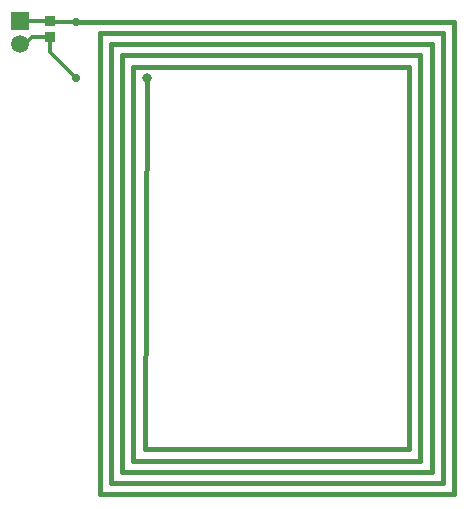
<source format=gtl>
G04 Layer_Physical_Order=1*
G04 Layer_Color=255*
%FSLAX25Y25*%
%MOIN*%
G70*
G01*
G75*
%ADD10C,0.02756*%
%ADD11R,0.03740X0.03347*%
%ADD12C,0.01181*%
%ADD13C,0.01772*%
%ADD14R,0.05905X0.05905*%
%ADD15C,0.05905*%
%ADD16C,0.03150*%
D10*
X43307Y166929D02*
D03*
Y148130D02*
D03*
D11*
X34449Y161713D02*
D03*
Y167028D02*
D03*
D12*
X24606Y159449D02*
X26280D01*
X28543Y161713D01*
X34449D01*
X34154Y167323D02*
X34449Y167028D01*
X24606Y167323D02*
X34154D01*
X34449Y156988D02*
X43307Y148130D01*
X34449Y156988D02*
Y161713D01*
Y167028D02*
X34547Y166929D01*
X43307D01*
D13*
X51181D01*
X66142Y24409D02*
X67028Y148130D01*
X66142Y24409D02*
X154331D01*
Y151969D01*
X62402D02*
X154331D01*
X62402Y20669D02*
Y151969D01*
Y20669D02*
X158071D01*
Y155709D01*
X58661D02*
X158071D01*
X58661Y16929D02*
Y155709D01*
Y16929D02*
X161811D01*
Y159449D01*
X54921D02*
X161811D01*
X54921Y13189D02*
Y159449D01*
Y13189D02*
X165551D01*
Y163189D01*
X51181D02*
X165551D01*
X51181Y9449D02*
Y163189D01*
Y9449D02*
X169291D01*
Y166929D01*
X51181D02*
X169291D01*
D14*
X24606Y167323D02*
D03*
D15*
Y159449D02*
D03*
D16*
X67028Y148130D02*
D03*
M02*

</source>
